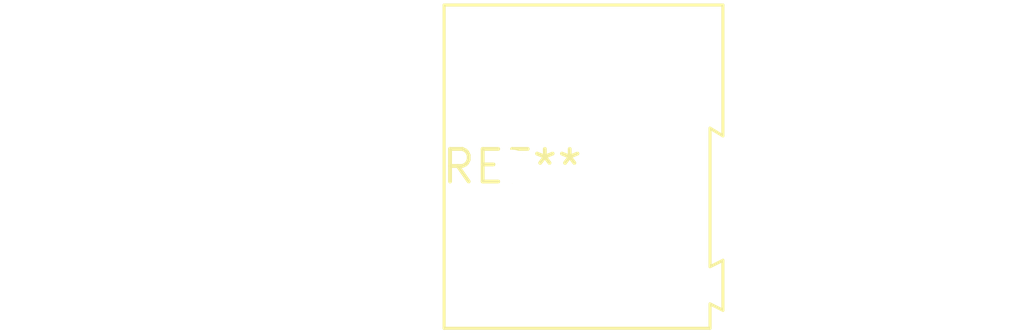
<source format=kicad_pcb>
(kicad_pcb (version 20240108) (generator pcbnew)
  (layers (0 "F.Cu" signal) (31 "B.Cu" signal) (34 "B.Paste" user) (35 "F.Paste" user) (36 "B.SilkS" user "B.Silkscreen") (37 "F.SilkS" user "F.Silkscreen") (38 "B.Mask" user) (39 "F.Mask" user) (44 "Edge.Cuts" user))
  (net 0 "")
  (footprint "TerminalBlock_Altech_AK300-2_P5.00mm" (layer "F.Cu") (at 0 0)
    (property "Reference" "REF**")
    (property "Value" "TerminalBlock_Altech_AK300-2_P5.00mm")
    (fp_line (start -2.65 -6.3) (end -2.65 6.3) (layer "F.SilkS") (stroke (width 0.12)))
    (fp_line (start -2.65 6.3) (end 7.7 6.3) (layer "F.SilkS") (stroke (width 0.12)))
    (fp_line (start 7.7 -1.5) (end 8.2 -1.2) (layer "F.SilkS") (stroke (width 0.12)))
    (fp_line (start 7.7 3.9) (end 7.7 -1.5) (layer "F.SilkS") (stroke (width 0.12)))
    (fp_line (start 7.7 5.35) (end 8.2 5.6) (layer "F.SilkS") (stroke (width 0.12)))
    (fp_line (start 7.7 6.3) (end 7.7 5.35) (layer "F.SilkS") (stroke (width 0.12)))
    (fp_line (start 8.2 -6.3) (end -2.65 -6.3) (layer "F.SilkS") (stroke (width 0.12)))
    (fp_line (start 8.2 -1.2) (end 8.2 -6.3) (layer "F.SilkS") (stroke (width 0.12)))
    (fp_line (start 8.2 3.65) (end 7.7 3.9) (layer "F.SilkS") (stroke (width 0.12)))
    (fp_line (start 8.2 3.7) (end 8.2 3.65) (layer "F.SilkS") (stroke (width 0.12)))
    (fp_line (start 8.2 5.6) (end 8.2 3.7) (layer "F.SilkS") (stroke (width 0.12)))
    (pad "1" thru_hole rect (at 0 0) (size 1.98 3.96) (drill 1.32) (layers *.Cu *.Mask) (remove_unused_layers))
    (pad "2" thru_hole oval (at 5 0) (size 1.98 3.96) (drill 1.32) (layers *.Cu *.Mask) (remove_unused_layers))
  )
)
</source>
